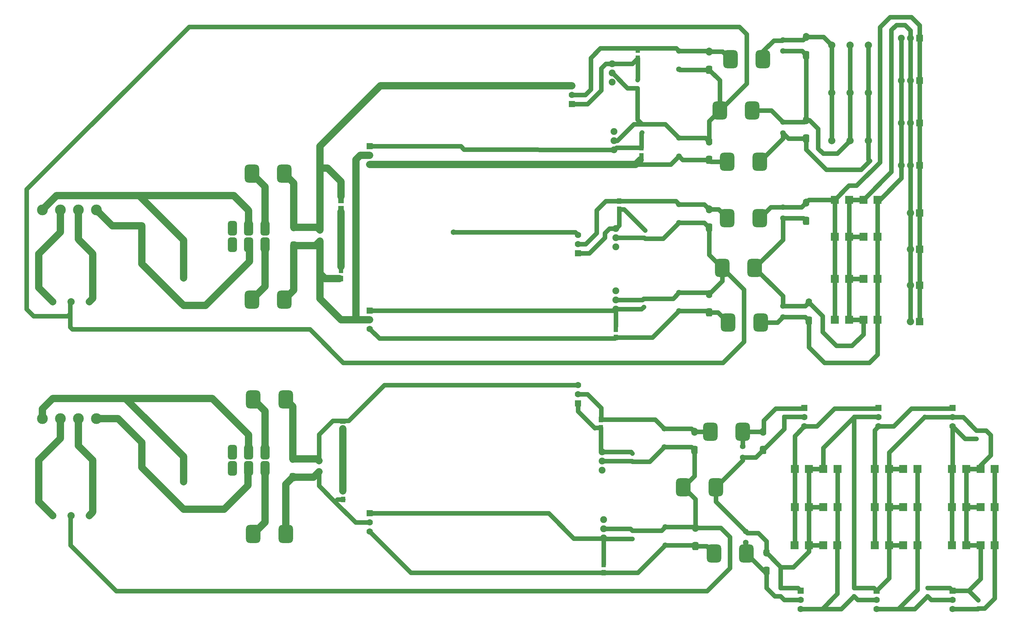
<source format=gbl>
%FSTAX23Y23*%
%MOIN*%
%SFA1B1*%

%IPPOS*%
%AMD10*
4,1,8,0.039300,0.098400,-0.039300,0.098400,-0.078700,0.059000,-0.078700,-0.059000,-0.039300,-0.098400,0.039300,-0.098400,0.078700,-0.059000,0.078700,0.059000,0.039300,0.098400,0.0*
1,1,0.078700,0.039300,0.059000*
1,1,0.078700,-0.039300,0.059000*
1,1,0.078700,-0.039300,-0.059000*
1,1,0.078700,0.039300,-0.059000*
%
%AMD25*
4,1,8,0.017500,0.045000,-0.017500,0.045000,-0.035000,0.027500,-0.035000,-0.027500,-0.017500,-0.045000,0.017500,-0.045000,0.035000,-0.027500,0.035000,0.027500,0.017500,0.045000,0.0*
1,1,0.035000,0.017500,0.027500*
1,1,0.035000,-0.017500,0.027500*
1,1,0.035000,-0.017500,-0.027500*
1,1,0.035000,0.017500,-0.027500*
%
%AMD29*
4,1,8,0.024600,0.078700,-0.024600,0.078700,-0.049200,0.054100,-0.049200,-0.054100,-0.024600,-0.078700,0.024600,-0.078700,0.049200,-0.054100,0.049200,0.054100,0.024600,0.078700,0.0*
1,1,0.049200,0.024600,0.054100*
1,1,0.049200,-0.024600,0.054100*
1,1,0.049200,-0.024600,-0.054100*
1,1,0.049200,0.024600,-0.054100*
%
G04~CAMADD=10~8~0.0~0.0~1574.0~1968.0~393.5~0.0~15~0.0~0.0~0.0~0.0~0~0.0~0.0~0.0~0.0~0~0.0~0.0~0.0~0.0~1574.0~1968.0*
%ADD10D10*%
%ADD11R,0.059000X0.051200*%
%ADD12R,0.050000X0.060000*%
%ADD13C,0.050000*%
%ADD14C,0.080000*%
%ADD15C,0.078740*%
%ADD16R,0.070000X0.070000*%
%ADD17C,0.070000*%
%ADD18R,0.086610X0.086610*%
%ADD19R,0.080000X0.080000*%
%ADD20C,0.080000*%
%ADD21C,0.075000*%
%ADD22R,0.075000X0.075000*%
%ADD23C,0.062000*%
%ADD24O,0.070000X0.090000*%
G04~CAMADD=25~8~0.0~0.0~700.0~900.0~175.0~0.0~15~0.0~0.0~0.0~0.0~0~0.0~0.0~0.0~0.0~0~0.0~0.0~0.0~0.0~700.0~900.0*
%ADD25D25*%
%ADD26C,0.051180*%
%ADD27C,0.118110*%
%ADD28C,0.078740*%
G04~CAMADD=29~8~0.0~0.0~984.0~1574.0~246.0~0.0~15~0.0~0.0~0.0~0.0~0~0.0~0.0~0.0~0.0~0~0.0~0.0~0.0~0.0~984.0~1574.0*
%ADD29D29*%
%LNpcb1-1*%
%LPD*%
G54D10*
X08677Y0843D03*
X09032D03*
X08742Y07835D03*
X09097D03*
X08732Y08975D03*
X09087D03*
X08732Y0959D03*
X09087D03*
X0865Y1015D03*
X09005D03*
X08767Y1071D03*
X09122D03*
X08587Y0531D03*
X08942D03*
X08252Y06035D03*
X08607D03*
X08547Y0664D03*
X08902D03*
X03552Y06995D03*
X03907D03*
X03552Y05525D03*
X03907D03*
X03537Y0946D03*
X03892D03*
X03537Y08085D03*
X03892D03*
G54D11*
X0453Y06675D03*
Y0675D03*
X0451Y09085D03*
Y09159D03*
G54D12*
X04535Y059D03*
Y0599D03*
X04512Y08315D03*
Y08405D03*
X07515Y0767D03*
Y0776D03*
X0755Y0907D03*
Y0916D03*
X0738Y051D03*
Y0519D03*
X0735Y06685D03*
Y06775D03*
X07795Y09655D03*
Y09745D03*
X07755Y1072D03*
Y1081D03*
G54D13*
X11655Y0482D02*
Y054D01*
X11545Y0471D02*
X11655Y0482D01*
X11475Y0471D02*
X11545D01*
X0851Y049D02*
X0876Y0515D01*
X02055Y049D02*
X0851D01*
X01555Y0572D02*
X0156Y05725D01*
X01555Y054D02*
Y0572D01*
Y054D02*
X02055Y049D01*
X0876Y0515D02*
Y0549D01*
X0866Y0559D02*
X0876Y0549D01*
X08385Y0559D02*
X0866D01*
X0978Y06463D02*
X10117Y068D01*
X10122Y06805*
X10117Y04935D02*
Y068D01*
X0978Y06235D02*
Y06463D01*
X10499Y05039D02*
Y054D01*
X10365Y04905D02*
X10499Y05039D01*
X10335Y04935D02*
X10365Y04905D01*
X10117Y04935D02*
X10335D01*
X09315Y05165D02*
X0932Y0516D01*
X09455*
X09624Y05329*
Y054*
X1137Y04905D02*
X115Y05035D01*
Y054*
X1156Y06655D02*
X1161Y06605D01*
X11455Y06655D02*
X1156D01*
X1161Y06385D02*
Y06605D01*
X115Y06275D02*
X1161Y06385D01*
X115Y06235D02*
Y06275D01*
X10499Y06235D02*
Y06414D01*
X1089Y06805*
X10895Y068*
X11195*
Y067D02*
X1133Y06565D01*
X11455*
X11195Y068D02*
X1131D01*
X11455Y06655*
X11344Y05817D02*
Y06235D01*
Y054D02*
Y05817D01*
Y054D02*
X115D01*
X11344Y05817D02*
X115D01*
X11344Y06235D02*
X115D01*
X10499Y05817D02*
X10655D01*
X10499Y054D02*
X10655D01*
X10499D02*
Y05817D01*
Y06235D02*
X10655D01*
X10499Y05817D02*
Y06235D01*
X1092Y04935D02*
X11165D01*
X11195Y04905*
X1137D02*
X11475Y048D01*
X11195Y04905D02*
X1137D01*
X1096Y04805D02*
X11195D01*
X1092Y04845D02*
X1096Y04805D01*
X1081Y05817D02*
Y06235D01*
Y054D02*
Y05817D01*
X106Y04705D02*
X1078D01*
X10365D02*
X106D01*
X1081Y04915*
Y054*
X1078Y04705D02*
X1092Y04845D01*
X09624Y054D02*
X0978D01*
X09624D02*
X09625Y054D01*
Y05817*
X0978*
X09625D02*
Y06235D01*
X0978*
X10157Y04805D02*
X10365D01*
X10117Y04845D02*
X10157Y04805D01*
X09977Y04705D02*
X10117Y04845D01*
X0977Y04705D02*
X09977D01*
X0977D02*
X09935Y0487D01*
X11195Y04705D02*
X1147D01*
X11475Y0471*
X11655Y054D02*
Y05817D01*
Y06235*
X11188Y054D02*
Y05817D01*
Y06235*
X11195Y06241*
Y067*
X1119Y06895D02*
X11195Y069D01*
X1089Y06895D02*
X1119D01*
X1055Y067D02*
X10745Y06895D01*
X10385Y067D02*
X1055D01*
X10745Y06895D02*
X1089D01*
X1038Y06805D02*
X10385Y068D01*
X10122Y06805D02*
X1038D01*
X10343Y054D02*
Y05817D01*
Y06235*
Y06658*
X10385Y067*
X1038Y06895D02*
X10385Y069D01*
X10122Y06895D02*
X1038D01*
X09905D02*
X10122D01*
X0971Y067D02*
X09905Y06895D01*
X09575Y067D02*
X0971D01*
X09936Y05817D02*
Y06235D01*
X09935Y054D02*
X09936Y054D01*
Y05817*
X09935Y0487D02*
Y054D01*
X09535Y04705D02*
X0977D01*
X09355Y04805D02*
X09535D01*
X09315Y04845D02*
X09355Y04805D01*
X09505Y04935D02*
X09535Y04905D01*
X09315Y04935D02*
X09505D01*
X09315D02*
Y05165D01*
X0916Y0532D02*
X09315Y05165D01*
X0925Y04845D02*
X09315D01*
X0916Y04935D02*
X0925Y04845D01*
X0916Y04935D02*
Y0512D01*
X09468Y054D02*
X09469Y054D01*
Y05817*
Y06235*
Y06594*
X09575Y067*
X0957Y06805D02*
X09575Y068D01*
X09355Y06805D02*
X0957D01*
X09355Y0667D02*
Y06805D01*
X09125Y0644D02*
X09355Y0667D01*
X09045Y0636D02*
X09125Y0644D01*
X089Y0636D02*
X09045D01*
X08375Y054D02*
X08385Y0539D01*
X08055Y054D02*
X08375D01*
X08507Y0539D02*
X08587Y0531D01*
X08385Y0539D02*
X08507D01*
X08252Y06035D02*
X08385Y05902D01*
Y0559D02*
Y05902D01*
X08252Y06035D02*
X08375Y06157D01*
Y0644*
X07885Y06315D02*
X08045Y06475D01*
X07695Y06315D02*
X07885D01*
X0834Y06475D02*
X08375Y0644D01*
X08045Y06475D02*
X0834D01*
X08375Y056D02*
X08385Y0559D01*
X08055Y056D02*
X08375D01*
X0738Y05475D02*
Y0548D01*
Y0519D02*
Y05475D01*
X07055D02*
X0738D01*
X0678Y0575D02*
X07055Y05475D01*
X04825Y0575D02*
X0678D01*
X07755Y051D02*
X08055Y054D01*
X0738Y051D02*
X07755D01*
X08015Y0556D02*
X08055Y056D01*
X07695Y0556D02*
X08015D01*
X0739Y0547D02*
X07695D01*
X07675Y0558D02*
X07695Y0556D01*
X0738Y0558D02*
X07675D01*
X09132Y0512D02*
X0916D01*
X08942Y0531D02*
X09132Y0512D01*
X08935Y05317D02*
X08942Y0531D01*
X08935Y05317D02*
Y0543D01*
Y0555D02*
X0895Y05535D01*
X0907*
X0916Y05445*
Y0532D02*
Y05445D01*
X08607Y05877D02*
X08935Y0555D01*
X08607Y05877D02*
Y06035D01*
X089Y06327D02*
Y0636D01*
X08607Y06035D02*
X089Y06327D01*
X09355Y06895D02*
X0957D01*
X09575Y069*
X09125Y0664D02*
X0913Y06645D01*
Y06765*
X0926Y06895*
X09355*
X08902Y0664D02*
X09125D01*
X089Y0648D02*
X08902Y06482D01*
Y0664*
X08375D02*
X08547D01*
X0834Y06675D02*
X08375Y0664D01*
X08045Y06675D02*
X0834D01*
X07945Y06775D02*
X08045Y06675D01*
X0735Y06775D02*
X07945D01*
X0768Y0642D02*
X07695Y06405D01*
X07365Y0642D02*
X0768D01*
X0769Y0632D02*
X07695Y06315D01*
X07365Y0632D02*
X0769D01*
X0735Y06435D02*
X07365Y0642D01*
X0735Y06435D02*
Y06685D01*
X0729D02*
X0735D01*
X07285Y0668D02*
X0729Y06685D01*
X071Y06865D02*
X07285Y0668D01*
X071Y06865D02*
Y0695D01*
X0735Y06775D02*
X07355Y0678D01*
Y069*
X07205Y0705D02*
X07355Y069D01*
X071Y0705D02*
X07205D01*
X05275Y051D02*
X0738D01*
X04825Y0555D02*
X05275Y051D01*
X0467Y0565D02*
X04825D01*
X04445Y05875D02*
X0467Y0565D01*
X0447Y059D02*
X04535D01*
X04445Y05875D02*
X0447Y059D01*
X0427Y0605D02*
X04445Y05875D01*
X0427Y0605D02*
Y06205D01*
X0442Y0676D02*
X04595D01*
X04985Y0715D02*
X071D01*
X04595Y0676D02*
X04985Y0715D01*
X0427Y0661D02*
X0442Y0676D01*
X0427Y06325D02*
Y0661D01*
X0707Y0882D02*
X071Y0879D01*
X0574Y0882D02*
X0707D01*
X0155Y07785D02*
Y0793D01*
Y07785D02*
X01575Y0776D01*
X0417*
X04535Y07395*
X08685*
X08915Y07625*
Y08192*
X08677Y0843D02*
X08915Y08192D01*
X08535Y08572D02*
X08677Y0843D01*
X09032D02*
X0934Y08737D01*
X10835Y1094D02*
Y1108D01*
X10745Y1117D02*
X10835Y1108D01*
X1051Y1117D02*
X10745D01*
X104Y1106D02*
X1051Y1117D01*
X104Y09585D02*
Y1106D01*
X10145Y0933D02*
X104Y09585D01*
X10062Y0933D02*
X10145D01*
X09907Y09175D02*
X10062Y0933D01*
X10275Y09615D02*
Y0982D01*
Y09615D02*
X1029Y096D01*
X10675Y11085D02*
X10735Y11025D01*
X1058Y11085D02*
X10675D01*
X10525Y1103D02*
X1058Y11085D01*
X10525Y0948D02*
Y1103D01*
X10219Y09175D02*
X10525Y0948D01*
X104Y09175D02*
X10635Y0941D01*
X10375Y09175D02*
X104D01*
X10635Y0941D02*
Y0955D01*
Y10013*
Y10476D02*
Y1094D01*
X10835Y0955D02*
Y10013D01*
Y10476D02*
Y1094D01*
X10735Y0903D02*
Y0955D01*
Y10013*
Y10476*
Y1094*
Y11025*
X0934Y08737D02*
Y08975D01*
X09565D02*
X09595Y08945D01*
X0934Y08975D02*
X09565D01*
X09625Y08055D02*
X09775Y07905D01*
Y0773D02*
Y07905D01*
Y0773D02*
X09925Y0758D01*
X10095*
X10219Y07704*
Y07864*
X09207Y09095D02*
X0934D01*
X09087Y08975D02*
X09207Y09095D01*
X09545D02*
X09595Y09145D01*
X0934Y09095D02*
X09545D01*
X09595Y09145D02*
X09625Y09175D01*
X09907*
Y07864D02*
Y0831D01*
Y0877*
Y09175*
X10063D02*
X10219D01*
X10063Y0877D02*
X10219D01*
X10063D02*
Y09175D01*
Y0831D02*
Y0877D01*
Y0831D02*
X10219D01*
X10063Y07864D02*
Y0831D01*
Y07864D02*
X10219D01*
X10835Y10013D02*
Y10476D01*
Y0903D02*
Y0955D01*
Y08635D02*
Y0903D01*
Y0824D02*
Y08635D01*
Y07845D02*
Y0824D01*
X10735Y07845D02*
Y0824D01*
Y08635*
Y0903*
X10635Y10013D02*
Y10476D01*
X10375Y0831D02*
Y0877D01*
Y09175*
Y07864D02*
Y0831D01*
Y07485D02*
Y07864D01*
X10285Y07395D02*
X10375Y07485D01*
X09795Y07395D02*
X10285D01*
X09625Y07565D02*
X09795Y07395D01*
X09625Y07565D02*
Y07855D01*
X09585Y07895D02*
X09625Y07855D01*
X0934Y07895D02*
X09585D01*
Y08015D02*
X09625Y08055D01*
X0934Y08015D02*
X09585D01*
X0934D02*
Y08122D01*
X09032Y0843D02*
X0934Y08122D01*
X0928Y07835D02*
X0934Y07895D01*
X09097Y07835D02*
X0928D01*
X08632Y07945D02*
X08742Y07835D01*
X08535Y07945D02*
X08632D01*
X0852Y0796D02*
X08535Y07945D01*
X08205Y0796D02*
X0852D01*
Y0816D02*
X08535Y08145D01*
X08205Y0816D02*
X0852D01*
X08535Y08145D02*
X08677Y08287D01*
Y0843*
X08535Y08572D02*
Y0887D01*
X0848Y08925D02*
X08535Y0887D01*
X08205Y08925D02*
X0848D01*
X08637Y0907D02*
X08732Y08975D01*
X08535Y0907D02*
X08637D01*
X0848Y09125D02*
X08535Y0907D01*
X08205Y09125D02*
X0848D01*
X0755Y0916D02*
X0817D01*
X08205Y09125*
X08115Y0956D02*
X08205Y0965D01*
X0115Y07905D02*
X01525D01*
X01075Y0798D02*
X0115Y07905D01*
X01075Y0798D02*
Y0929D01*
X01525Y07905D02*
X0155Y0793D01*
Y0805*
X0156Y0806*
X01075Y0929D02*
X0285Y11065D01*
X08865*
X08945Y10985*
Y10444D02*
Y10985D01*
X0865Y1015D02*
X08945Y10444D01*
X09087Y0959D02*
X0934Y09842D01*
Y09905*
X094Y09845*
X09595*
X07345Y1083D02*
X08175D01*
X08205Y108*
X0775Y1005D02*
X078Y1D01*
X0775Y1005D02*
Y10395D01*
X0771Y1D02*
X078D01*
X0753Y0982D02*
X0771Y1D01*
X07495Y0982D02*
X0753D01*
X078Y1D02*
X08055D01*
X08205Y0985*
X08495*
X08535Y0981*
X0773Y0956D02*
X08115D01*
X08205Y0965D02*
X08245Y0961D01*
X08535*
X08555Y0959*
X08732*
X08535Y10034D02*
X0865Y1015D01*
X08535Y0981D02*
Y10034D01*
X08682Y10795D02*
X08767Y1071D01*
X08535Y10795D02*
X08682D01*
X0853Y108D02*
X08535Y10795D01*
X08205Y108D02*
X0853D01*
X08205Y106D02*
X0821Y10595D01*
X08535*
X0865Y10479*
Y1015D02*
Y10479D01*
X0956Y1092D02*
X09595Y10955D01*
X0934Y1092D02*
X0956D01*
X09335Y10915D02*
X0934Y1092D01*
X0924Y10915D02*
X09335D01*
X09122Y10797D02*
X0924Y10915D01*
X09122Y1071D02*
Y10797D01*
X09005Y1015D02*
X09215D01*
X0934Y10025*
X09725Y09735D02*
Y0995D01*
X0963Y10045D02*
X09725Y0995D01*
X09595Y10045D02*
X0963D01*
X09575Y10025D02*
X09595Y10045D01*
X0934Y10025D02*
X09575D01*
X0955Y108D02*
X09595Y10755D01*
X0934Y108D02*
X0955D01*
X09595Y10045D02*
Y10755D01*
X09725Y09735D02*
X0978Y0968D01*
X09935*
X10075Y0982*
X09875D02*
Y10342D01*
Y10865*
X09785Y10955D02*
X09875Y10865D01*
X09595Y10955D02*
X09785D01*
X10075Y0982D02*
Y10342D01*
Y10865*
X10275Y0982D02*
Y10342D01*
Y10865*
X10195Y09505D02*
X1029Y096D01*
X09815Y09505D02*
X10195D01*
X09595Y09725D02*
X09815Y09505D01*
X09595Y09725D02*
Y09845D01*
X07915Y0767D02*
X08205Y0796D01*
X07515Y0767D02*
X07915D01*
X0814Y08095D02*
X08205Y0816D01*
X0782Y08095D02*
X0814D01*
X07805Y0808D02*
X0782Y08095D01*
X07515Y0808D02*
X07805D01*
X0803Y0875D02*
X08205Y08925D01*
X07835Y0875D02*
X0803D01*
X0755Y0907D02*
X07605D01*
X07835Y0884*
X07515Y0886D02*
X0755Y08895D01*
Y0907*
X07445Y0886D02*
X07515D01*
X07395Y0881D02*
X07445Y0886D01*
X07395Y0876D02*
Y0881D01*
X07225Y0859D02*
X07395Y0876D01*
X071Y0859D02*
X07225D01*
X07305Y0881D02*
Y0906D01*
X07405Y0916*
X0755*
X07185Y0869D02*
X07305Y0881D01*
X071Y0869D02*
X07185D01*
X05855Y09725D02*
X07495Y0972D01*
X0582Y0976D02*
X05855Y09725D01*
X075Y07965D02*
X07515Y0798D01*
X04825Y07965D02*
X075D01*
X04825Y07765D02*
X0493Y0766D01*
X07505*
X07795Y09905D02*
X078Y0991D01*
X07795Y09745D02*
Y09905D01*
X07495Y0972D02*
X0752Y09745D01*
X07795*
X04825Y0976D02*
X0582D01*
X07642Y10395D02*
X0775D01*
X07477Y1056D02*
X07642Y10395D01*
X07475Y1056D02*
X07477D01*
X0775Y10485D02*
X07755Y1049D01*
Y1072*
X07695Y1066D02*
X07755Y1072D01*
X07475Y1066D02*
X07695D01*
X07405D02*
X07475D01*
X07355Y1061D02*
X07405Y1066D01*
X07355Y1037D02*
Y1061D01*
X07205Y1022D02*
X07355Y1037D01*
X07035Y1022D02*
X07205D01*
X0724Y10725D02*
X07345Y1083D01*
X0724Y1038D02*
Y10725D01*
X0718Y1032D02*
X0724Y1038D01*
X07035Y1032D02*
X0718D01*
X07515Y0876D02*
X07825D01*
X07795Y0798D02*
X0782Y08005D01*
X07515Y0798D02*
X07795D01*
X07515Y07795D02*
Y0798D01*
G54D14*
X0428Y0921D02*
Y0952D01*
Y08845D02*
Y0921D01*
X0773Y0956D02*
X0778Y0961D01*
X04825Y0956D02*
X0773D01*
X04675Y07865D02*
X04825D01*
X0451D02*
X04675D01*
Y09615*
X0472Y0966*
X04825*
X0494Y1042D02*
X07035D01*
X0428Y0952D02*
Y0976D01*
Y0952D02*
X04365D01*
X0451Y09375*
Y0921D02*
Y09375D01*
X0428Y08095D02*
X0451Y07865D01*
X0428Y08095D02*
Y0837D01*
X04335Y08315*
X0428Y0837D02*
Y08725D01*
X04335Y08315D02*
X04495D01*
X0428Y0976D02*
X0494Y1042D01*
X0423Y08675D02*
X0428Y08725D01*
X03995Y08675D02*
X0423D01*
X0425Y08875D02*
X0428Y08845D01*
X03995Y08875D02*
X0425D01*
X0451Y08445D02*
Y09045D01*
X0453Y05995D02*
Y06675D01*
X02305Y0922D02*
X0334D01*
X0421Y06145D02*
X0427Y06205D01*
X03985Y06145D02*
X0421D01*
X0425Y06345D02*
X0427Y06325D01*
X03985Y06345D02*
X0425D01*
X03985D02*
Y06917D01*
X03907Y06995D02*
X03985Y06917D01*
X03907Y06067D02*
X03985Y06145D01*
X03907Y05525D02*
Y06067D01*
X03679Y05651D02*
Y0624D01*
X03552Y05525D02*
X03679Y05651D01*
Y06417D02*
Y06868D01*
X03552Y06995D02*
X03679Y06868D01*
X03495Y06232D02*
X03502Y0624D01*
X03495Y06055D02*
Y06232D01*
X03235Y05795D02*
X03495Y06055D01*
X0279Y05795D02*
X03235D01*
X02155Y07005D02*
X03105D01*
X03502Y06607*
Y06417D02*
Y06607D01*
X03537Y08085D02*
X03679Y08226D01*
X03892Y0946D02*
X03995Y09357D01*
X03892Y08085D02*
X03995Y08187D01*
X03537Y0946D02*
X03679Y09318D01*
X0279Y06095D02*
Y0637D01*
X02335Y06825D02*
X0279Y0637D01*
X02335Y0625D02*
X0279Y05795D01*
X02335Y0625D02*
Y06525D01*
X02075Y06785D02*
X02335Y06525D01*
X01836Y06785D02*
X02075D01*
X02155Y07005D02*
X02335Y06825D01*
X0136Y07005D02*
X02155D01*
X01246Y06891D02*
X0136Y07005D01*
X01246Y06785D02*
Y06891D01*
X03995Y08875D02*
Y09357D01*
Y08187D02*
Y08675D01*
X03679Y08226D02*
Y08685D01*
Y08862D02*
Y09318D01*
X03502Y08685D02*
X0351Y08677D01*
Y085D02*
Y08677D01*
X0303Y0802D02*
X0351Y085D01*
X0279Y0802D02*
X0303D01*
X03502Y08862D02*
Y09057D01*
X0334Y0922D02*
X03502Y09057D01*
X0279Y0832D02*
Y08735D01*
X02335Y0919D02*
X0279Y08735D01*
X02305Y0922D02*
X02335Y0919D01*
X01401Y0922D02*
X02305D01*
X01246Y09065D02*
X01401Y0922D01*
X02335Y08475D02*
X0279Y0802D01*
X02335Y08475D02*
Y0889D01*
X02011D02*
X02335D01*
X01836Y09065D02*
X02011Y0889D01*
X01797Y08097D02*
Y08585D01*
X0176Y0806D02*
X01797Y08097D01*
X01206Y08213D02*
Y08585D01*
Y08213D02*
X0136Y0806D01*
X0164Y08742D02*
X01797Y08585D01*
X0164Y08742D02*
Y09065D01*
X01443Y08821D02*
Y09065D01*
X01206Y08585D02*
X01443Y08821D01*
X01797Y05762D02*
Y0633D01*
X0176Y05725D02*
X01797Y05762D01*
X0164Y06487D02*
X01797Y0633D01*
X0164Y06487D02*
Y06785D01*
X01443Y06566D02*
Y06785D01*
X01206Y0633D02*
X01443Y06566D01*
X01206Y05878D02*
Y0633D01*
Y05878D02*
X0136Y05725D01*
G54D15*
X0136Y05725D03*
X0156D03*
X0176D03*
X0136Y0806D03*
X0156D03*
X0176D03*
X10275Y0982D03*
X10075D03*
X09875D03*
X01206Y08585D03*
X01797D03*
X10275Y10865D03*
X10075D03*
X09875D03*
X10275Y10342D03*
X10075D03*
X09875D03*
X01206Y0633D03*
X01797D03*
G54D16*
X071Y0859D03*
X07035Y1022D03*
X04825Y0976D03*
Y07965D03*
X071Y0695D03*
X11195Y069D03*
X10385D03*
X09575D03*
X11195Y04905D03*
X10365D03*
X09535D03*
X04825Y0575D03*
G54D17*
X071Y0869D03*
Y0879D03*
X07035Y1032D03*
Y1042D03*
X04825Y0966D03*
Y0956D03*
Y07865D03*
Y07765D03*
X071Y0705D03*
Y0715D03*
X11195Y068D03*
Y067D03*
X10385Y068D03*
Y067D03*
X09575Y068D03*
Y067D03*
X11195Y04805D03*
Y04705D03*
X10365Y04805D03*
Y04705D03*
X09535Y04805D03*
Y04705D03*
X04825Y0565D03*
Y0555D03*
G54D18*
X09907Y07864D03*
X10063D03*
X10375D03*
X10219D03*
X09907Y09175D03*
X10063D03*
X10375D03*
X10219D03*
X09907Y0831D03*
X10063D03*
X10375D03*
X10219D03*
X09907Y0877D03*
X10063D03*
X10375D03*
X10219D03*
X10343Y06235D03*
X10499D03*
X1081D03*
X10655D03*
X09469D03*
X09625D03*
X09936D03*
X0978D03*
X11188Y05817D03*
X11344D03*
X11655D03*
X115D03*
X11188Y054D03*
X11344D03*
X11655D03*
X115D03*
X09469Y05817D03*
X09625D03*
X09936D03*
X0978D03*
X10343D03*
X10499D03*
X1081D03*
X10655D03*
X11188Y06235D03*
X11344D03*
X11655D03*
X115D03*
X09468Y054D03*
X09624D03*
X09935D03*
X0978D03*
X10343D03*
X10499D03*
X1081D03*
X10655D03*
G54D19*
X10835Y07845D03*
Y0824D03*
Y08635D03*
Y0903D03*
G54D20*
X10735Y07845D03*
Y0824D03*
Y08635D03*
Y0903D03*
G54D21*
X10635Y10476D03*
X10735D03*
X07475Y1056D03*
Y1066D03*
Y1046D03*
X07515Y0876D03*
Y0886D03*
Y0866D03*
X10635Y1094D03*
X10735D03*
X07495Y0982D03*
Y0992D03*
Y0972D03*
X07515Y0808D03*
Y0818D03*
Y0798D03*
X10635Y10013D03*
X10735D03*
X10635Y0955D03*
X10735D03*
X07365Y0632D03*
Y0642D03*
Y0622D03*
X0738Y0558D03*
Y0568D03*
Y0548D03*
G54D22*
X10835Y10476D03*
Y1094D03*
Y10013D03*
Y0955D03*
G54D23*
X0934Y09095D03*
Y08975D03*
X08205Y09125D03*
Y08925D03*
X0934Y1092D03*
Y108D03*
X08205D03*
Y106D03*
X0428Y08845D03*
Y08725D03*
X0934Y08015D03*
Y07895D03*
Y10025D03*
Y09905D03*
X08205Y0985D03*
Y0965D03*
Y0816D03*
Y0796D03*
X0427Y06325D03*
Y06205D03*
X089Y0648D03*
Y0636D03*
X08045Y06675D03*
Y06475D03*
X08935Y0555D03*
Y0543D03*
X08055Y056D03*
Y054D03*
X0428Y0921D03*
X0574Y0882D03*
G54D24*
X09595Y09145D03*
X08535Y0907D03*
X09595Y10955D03*
X08535Y10795D03*
X03995Y08875D03*
X09625Y08055D03*
X09595Y10045D03*
X08535Y0981D03*
Y08145D03*
X03985Y06345D03*
X09125Y0664D03*
X08375D03*
X0916Y0532D03*
X08385Y0559D03*
G54D25*
X09595Y08945D03*
X08535Y0887D03*
X09595Y10755D03*
X08535Y10595D03*
X03995Y08675D03*
X09625Y07855D03*
X09595Y09845D03*
X08535Y0961D03*
Y07945D03*
X03985Y06145D03*
X09125Y0644D03*
X08375D03*
X0916Y0512D03*
X08385Y0539D03*
G54D26*
X07835Y0875D03*
Y0884D03*
X0775Y10395D03*
Y10485D03*
X078Y0991D03*
Y1D03*
X0782Y08005D03*
Y08095D03*
X11455Y06655D03*
Y06565D03*
X1089Y06805D03*
Y06895D03*
X10122Y06805D03*
Y06895D03*
X09355Y06805D03*
Y06895D03*
X07695Y06315D03*
Y06405D03*
Y0547D03*
Y0556D03*
X11475Y048D03*
Y0471D03*
X1092Y04845D03*
Y04935D03*
X10117Y04845D03*
Y04935D03*
X09315Y04845D03*
Y04935D03*
G54D27*
X01246Y09065D03*
X01443D03*
X0164D03*
X01836D03*
X01246Y06785D03*
X01443D03*
X0164D03*
X01836D03*
G54D28*
X0279Y0832D03*
Y0802D03*
X02335Y0919D03*
Y0889D03*
X0279Y06095D03*
Y05795D03*
X02335Y06825D03*
Y06525D03*
G54D29*
X03679Y08685D03*
X03502D03*
X03325D03*
Y08862D03*
X03502D03*
X03679D03*
X03325Y06417D03*
X03502D03*
X03679D03*
Y0624D03*
X03502D03*
X03325D03*
M02*
</source>
